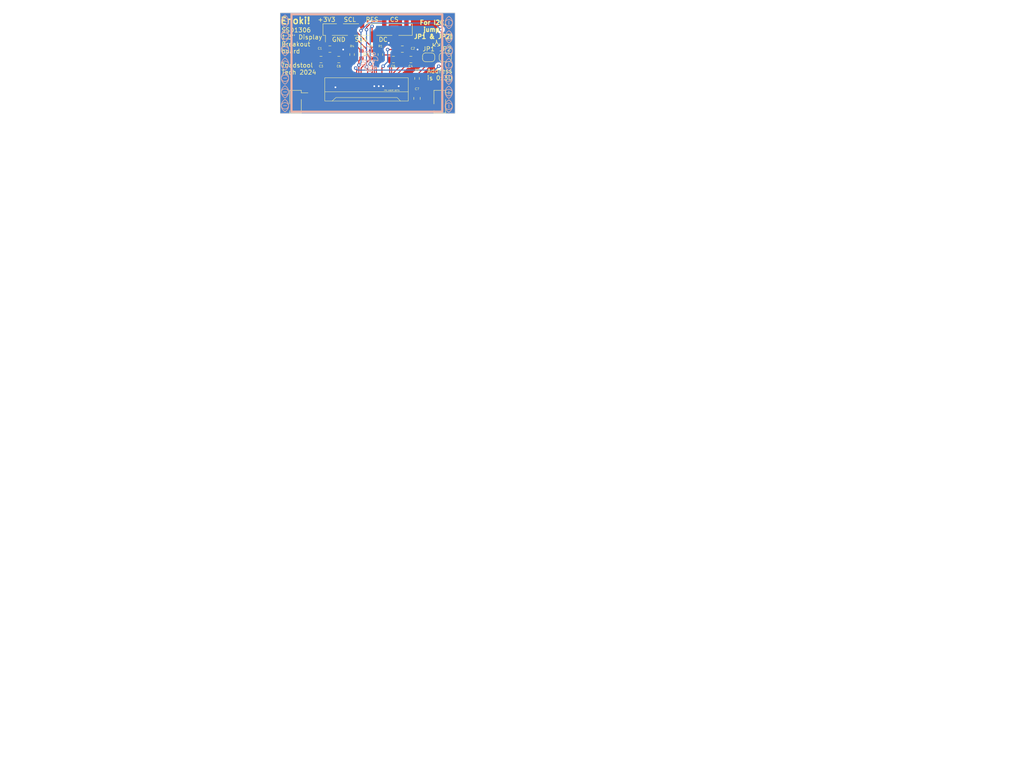
<source format=kicad_pcb>
(kicad_pcb (version 20221018) (generator pcbnew)
  (layers (0 "F.Cu" signal) (31 "B.Cu" signal) (34 "B.Paste" user) (35 "F.Paste" user) (36 "B.SilkS" user "B.Silkscreen") (37 "F.SilkS" user "F.Silkscreen") (38 "B.Mask" user) (39 "F.Mask" user) (44 "Edge.Cuts" user))
  (net 0 "")
  (net 1 "+3V3")
  (net 2 "GND")
  (net 3 "/CS_3.3V")
  (net 4 "/RST_3.3V")
  (net 5 "/DC{slash}SA0_3.3V")
  (net 6 "/D0{slash}SCLK{slash}SCK_3.3V")
  (net 7 "/D1{slash}MOSI{slash}SDA_3.3V")
  (net 8 "Net-(DS1-VCC)")
  (net 9 "Net-(DS1-C2P)")
  (net 10 "Net-(DS1-C2N)")
  (net 11 "Net-(DS1-C1N)")
  (net 12 "Net-(DS1-C1P)")
  (net 13 "Net-(DS1-VCOMH)")
  (net 15 "Net-(DS1-BS1)")
  (net 16 "Net-(DS1-D2)")
  (net 17 "Net-(DS1-IREF)")
  (footprint "Capacitor_SMD:C_0805_2012Metric" (layer "F.Cu") (at 8.382 9.398)
    (fp_text reference "C3" (at 0 1.524) (layer "F.SilkS") (effects (font (size 0.5 0.5) (thickness 0.075))))
    (fp_text value "10uF")
    (fp_line (start -0.261252 -0.735) (end 0.261252 -0.735) (stroke (width 0.12)) (layer "F.SilkS"))
    (fp_line (start -0.261252 0.735) (end 0.261252 0.735) (stroke (width 0.12)) (layer "F.SilkS"))
    (pad "1" smd roundrect (at -0.95 0) (size 1 1.45) (layers "F.Cu" "F.Paste" "F.Mask") (net 2 "GND"))
    (pad "2" smd roundrect (at 0.95 0) (size 1 1.45) (layers "F.Cu" "F.Paste" "F.Mask") (net 8 "Net-(DS1-VCC)"))
  )
  (footprint "Capacitor_SMD:C_0805_2012Metric" (layer "F.Cu") (at 28.956 9.398)
    (fp_text reference "C4" (at -0.061 1.524) (layer "F.SilkS") (effects (font (size 0.5 0.5) (thickness 0.075))))
    (fp_text value "2.2uF")
    (fp_line (start -0.261252 -0.735) (end 0.261252 -0.735) (stroke (width 0.12)) (layer "F.SilkS"))
    (fp_line (start -0.261252 0.735) (end 0.261252 0.735) (stroke (width 0.12)) (layer "F.SilkS"))
    (pad "1" smd roundrect (at -0.95 0) (size 1 1.45) (layers "F.Cu" "F.Paste" "F.Mask") (net 9 "Net-(DS1-C2P)"))
    (pad "2" smd roundrect (at 0.95 0) (size 1 1.45) (layers "F.Cu" "F.Paste" "F.Mask") (net 10 "Net-(DS1-C2N)"))
  )
  (footprint "Resistor_SMD:R_0603_1608Metric" (layer "F.Cu") (at 30.353 13.716 -90)
    (fp_text reference "R5" (at -1.905 0) (layer "F.SilkS") (effects (font (size 0.5 0.5) (thickness 0.075))))
    (fp_text value "10K")
    (fp_line (start -0.237258 -0.5225) (end 0.237258 -0.5225) (stroke (width 0.12)) (layer "F.SilkS"))
    (fp_line (start -0.237258 0.5225) (end 0.237258 0.5225) (stroke (width 0.12)) (layer "F.SilkS"))
    (pad "1" smd roundrect (at -0.825 0 270) (size 0.8 0.95) (layers "F.Cu" "F.Paste" "F.Mask") (net 1 "+3V3"))
    (pad "2" smd roundrect (at 0.825 0 270) (size 0.8 0.95) (layers "F.Cu" "F.Paste" "F.Mask") (net 4 "/RST_3.3V"))
  )
  (footprint "Resistor_SMD:R_0603_1608Metric" (layer "F.Cu") (at 17.653 8.255 90)
    (fp_text reference "R3" (at 1.905 0) (layer "F.SilkS") (effects (font (size 0.5 0.5) (thickness 0.075))))
    (fp_text value "10K")
    (fp_line (start -0.237258 -0.5225) (end 0.237258 -0.5225) (stroke (width 0.12)) (layer "F.SilkS"))
    (fp_line (start -0.237258 0.5225) (end 0.237258 0.5225) (stroke (width 0.12)) (layer "F.SilkS"))
    (pad "1" smd roundrect (at -0.825 0 90) (size 0.8 0.95) (layers "F.Cu" "F.Paste" "F.Mask") (net 7 "/D1{slash}MOSI{slash}SDA_3.3V"))
    (pad "2" smd roundrect (at 0.825 0 90) (size 0.8 0.95) (layers "F.Cu" "F.Paste" "F.Mask") (net 1 "+3V3"))
  )
  (footprint "Resistor_SMD:R_0603_1608Metric" (layer "F.Cu") (at 15.494 8.255 -90)
    (fp_text reference "R4" (at -1.905 0) (layer "F.SilkS") (effects (font (size 0.5 0.5) (thickness 0.075))))
    (fp_text value "330K")
    (fp_line (start -0.237258 -0.5225) (end 0.237258 -0.5225) (stroke (width 0.12)) (layer "F.SilkS"))
    (fp_line (start -0.237258 0.5225) (end 0.237258 0.5225) (stroke (width 0.12)) (layer "F.SilkS"))
    (pad "1" smd roundrect (at -0.825 0 270) (size 0.8 0.95) (layers "F.Cu" "F.Paste" "F.Mask") (net 2 "GND"))
    (pad "2" smd roundrect (at 0.825 0 270) (size 0.8 0.95) (layers "F.Cu" "F.Paste" "F.Mask") (net 17 "Net-(DS1-IREF)"))
  )
  (footprint "Capacitor_SMD:C_0805_2012Metric" (layer "F.Cu") (at 12.446 9.398 180)
    (fp_text reference "C6" (at 0 -1.524) (layer "F.SilkS") (effects (font (size 0.5 0.5) (thickness 0.075))))
    (fp_text value "10uF")
    (fp_line (start -0.261252 -0.735) (end 0.261252 -0.735) (stroke (width 0.12)) (layer "F.SilkS"))
    (fp_line (start -0.261252 0.735) (end 0.261252 0.735) (stroke (width 0.12)) (layer "F.SilkS"))
    (pad "1" smd roundrect (at -0.95 0 180) (size 1 1.45) (layers "F.Cu" "F.Paste" "F.Mask") (net 2 "GND"))
    (pad "2" smd roundrect (at 0.95 0 180) (size 1 1.45) (layers "F.Cu" "F.Paste" "F.Mask") (net 13 "Net-(DS1-VCOMH)"))
  )
  (footprint "Jumper:SolderJumper-2_P1.3mm_Bridged_RoundedPad1.0x1.5mm" (layer "F.Cu") (at 36.83 8.89 180)
    (fp_text reference "JP2" (at 0 1.905) (layer "F.SilkS"))
    (fp_text value "Cut for SPI")
    (fp_poly (pts (xy 0.25 -0.3) (xy -0.25 -0.3) (xy -0.25 0.3) (xy 0.25 0.3)) (fill solid) (layer "F.Cu"))
    (fp_line (start -1.4 0.3) (end -1.4 -0.3) (stroke (width 0.12)) (layer "F.SilkS"))
    (fp_line (start -0.7 -1) (end 0.7 -1) (stroke (width 0.12)) (layer "F.SilkS"))
    (fp_line (start 0.7 1) (end -0.7 1) (stroke (width 0.12)) (layer "F.SilkS"))
    (fp_line (start 1.4 -0.3) (end 1.4 0.3) (stroke (width 0.12)) (layer "F.SilkS"))
    (fp_arc (start -1.4 -0.3) (mid -1.194975 -0.794975) (end -0.7 -1) (stroke (width 0.12)) (layer "F.SilkS"))
    (fp_arc (start -0.7 1) (mid -1.194975 0.794975) (end -1.4 0.3) (stroke (width 0.12)) (layer "F.SilkS"))
    (fp_arc (start 0.7 -1) (mid 1.194975 -0.794975) (end 1.4 -0.3) (stroke (width 0.12)) (layer "F.SilkS"))
    (fp_arc (start 1.4 0.3) (mid 1.194975 0.794975) (end 0.7 1) (stroke (width 0.12)) (layer "F.SilkS"))
    (pad "1" smd custom (at -0.65 0 180) (size 1 0.5) (layers "F.Cu" "F.Mask") (net 16 "Net-(DS1-D2)") (options (clearance outline) (anchor rect)) (primitives (gr_circle (center 0 0.25) (end 0.5 0.25) (width 0) (fill yes)) (gr_circle (center 0 -0.25) (end 0.5 -0.25) (width 0) (fill yes)) (gr_poly (pts (xy 0.5 0.75) (xy 0 0.75) (xy 0 -0.75) (xy 0.5 -0.75)) (width 0) (fill yes))))
    (pad "2" smd custom (at 0.65 0 180) (size 1 0.5) (layers "F.Cu" "F.Mask") (net 7 "/D1{slash}MOSI{slash}SDA_3.3V") (options (clearance outline) (anchor rect)) (primitives (gr_circle (center 0 0.25) (end 0.5 0.25) (width 0) (fill yes)) (gr_circle (center 0 -0.25) (end 0.5 -0.25) (width 0) (fill yes)) (gr_poly (pts (xy 0 0.75) (xy -0.5 0.75) (xy -0.5 -0.75) (xy 0 -0.75)) (width 0) (fill yes))))
  )
  (footprint "Capacitor_SMD:C_0805_2012Metric" (layer "F.Cu") (at 26.99 7.0104)
    (fp_text reference "C2" (at 2.413 -0.1524) (layer "F.SilkS") (effects (font (size 0.5 0.5) (thickness 0.075))))
    (fp_text value "2.2uF")
    (fp_line (start -0.261252 -0.735) (end 0.261252 -0.735) (stroke (width 0.12)) (layer "F.SilkS"))
    (fp_line (start -0.261252 0.735) (end 0.261252 0.735) (stroke (width 0.12)) (layer "F.SilkS"))
    (pad "1" smd roundrect (at -0.95 0) (size 1 1.45) (layers "F.Cu" "F.Paste" "F.Mask") (net 1 "+3V3"))
    (pad "2" smd roundrect (at 0.95 0) (size 1 1.45) (layers "F.Cu" "F.Paste" "F.Mask") (net 2 "GND"))
  )
  (footprint "Jumper:SolderJumper-2_P1.3mm_Bridged_RoundedPad1.0x1.5mm" (layer "F.Cu") (at 33.02 8.89)
    (fp_text reference "JP1" (at 0 -1.905) (layer "F.SilkS"))
    (fp_text value "Cut for SPI")
    (fp_poly (pts (xy 0.25 -0.3) (xy -0.25 -0.3) (xy -0.25 0.3) (xy 0.25 0.3)) (fill solid) (layer "F.Cu"))
    (fp_line (start -1.4 0.3) (end -1.4 -0.3) (stroke (width 0.12)) (layer "F.SilkS"))
    (fp_line (start -0.7 -1) (end 0.7 -1) (stroke (width 0.12)) (layer "F.SilkS"))
    (fp_line (start 0.7 1) (end -0.7 1) (stroke (width 0.12)) (layer "F.SilkS"))
    (fp_line (start 1.4 -0.3) (end 1.4 0.3) (stroke (width 0.12)) (layer "F.SilkS"))
    (fp_arc (start -1.4 -0.3) (mid -1.194975 -0.794975) (end -0.7 -1) (stroke (width 0.12)) (layer "F.SilkS"))
    (fp_arc (start -0.7 1) (mid -1.194975 0.794975) (end -1.4 0.3) (stroke (width 0.12)) (layer "F.SilkS"))
    (fp_arc (start 0.7 -1) (mid 1.194975 -0.794975) (end 1.4 -0.3) (stroke (width 0.12)) (layer "F.SilkS"))
    (fp_arc (start 1.4 0.3) (mid 1.194975 0.794975) (end 0.7 1) (stroke (width 0.12)) (layer "F.SilkS"))
    (pad "1" smd custom (at -0.65 0) (size 1 0.5) (layers "F.Cu" "F.Mask") (net 15 "Net-(DS1-BS1)") (options (clearance outline) (anchor rect)) (primitives (gr_circle (center 0 0.25) (end 0.5 0.25) (width 0) (fill yes)) (gr_circle (center 0 -0.25) (end 0.5 -0.25) (width 0) (fill yes)) (gr_poly (pts (xy 0.5 0.75) (xy 0 0.75) (xy 0 -0.75) (xy 0.5 -0.75)) (width 0) (fill yes))))
    (pad "2" smd custom (at 0.65 0) (size 1 0.5) (layers "F.Cu" "F.Mask") (net 1 "+3V3") (options (clearance outline) (anchor rect)) (primitives (gr_circle (center 0 0.25) (end 0.5 0.25) (width 0) (fill yes)) (gr_circle (center 0 -0.25) (end 0.5 -0.25) (width 0) (fill yes)) (gr_poly (pts (xy 0 0.75) (xy -0.5 0.75) (xy -0.5 -0.75) (xy 0 -0.75)) (width 0) (fill yes))))
  )
  (footprint "Capacitor_SMD:C_0805_2012Metric" (layer "F.Cu") (at 30.353 18.288 90)
    (fp_text reference "C7" (at 2.159 0) (layer "F.SilkS") (effects (font (size 0.5 0.5) (thickness 0.075))))
    (fp_text value "2.2uF")
    (fp_line (start -0.261252 -0.735) (end 0.261252 -0.735) (stroke (width 0.12)) (layer "F.SilkS"))
    (fp_line (start -0.261252 0.735) (end 0.261252 0.735) (stroke (width 0.12)) (layer "F.SilkS"))
    (pad "1" smd roundrect (at -0.95 0 90) (size 1 1.45) (layers "F.Cu" "F.Paste" "F.Mask") (net 2 "GND"))
    (pad "2" smd roundrect (at 0.95 0 90) (size 1 1.45) (layers "F.Cu" "F.Paste" "F.Mask") (net 4 "/RST_3.3V"))
  )
  (footprint "allen-synthesis:KH-FPC0.5-H2.0SMT-30P-QCH FPC Connector 30 pin" (layer "F.Cu") (at 18.796 16.787)
    (fp_text reference "DS1" (at 0 -8.57 unlocked) (layer "F.SilkS") (effects (font (size 0.5 0.5) (thickness 0.075))))
    (fp_text value "OLED-128O064D")
    (fp_text user "FPC INSERT DEPTH" (at 4 -0.17 unlocked) (layer "F.SilkS") (effects (font (size 0.25 0.25) (thickness 0.05) bold) (justify left bottom)))
    (fp_line (start 7.75 2.1) (end -7.85 2.1) (stroke (width 0.1)) (layer "F.SilkS"))
    (fp_line (start 9.55 0) (end -9.55 0) (stroke (width 0.1)) (layer "F.SilkS"))
    (fp_poly (pts (xy -9.55 -3.22) (xy 9.55 -3.22) (xy 9.55 2.1) (xy 7.75 2.1) (xy 7 1.3) (xy -7 1.3) (xy -7.85 2.1) (xy -9.55 2.1)) (stroke (width 0.1)) (fill none) (layer "F.SilkS"))
    (pad "1" smd roundrect (at 7.25 -3.07) (size 0.25 1.3) (layers "F.Cu" "F.Paste" "F.Mask") (net 2 "GND"))
    (pad "2" smd roundrect (at 6.75 -3.07) (size 0.25 1.3) (layers "F.Cu" "F.Paste" "F.Mask") (net 10 "Net-(DS1-C2N)"))
    (pad "3" smd roundrect (at 6.25 -3.07) (size 0.25 1.3) (layers "F.Cu" "F.Paste" "F.Mask") (net 9 "Net-(DS1-C2P)"))
    (pad "4" smd roundrect (at 5.75 -3.07) (size 0.25 1.3) (layers "F.Cu" "F.Paste" "F.Mask") (net 12 "Net-(DS1-C1P)"))
    (pad "5" smd roundrect (at 5.25 -3.07) (size 0.25 1.3) (layers "F.Cu" "F.Paste" "F.Mask") (net 11 "Net-(DS1-C1N)"))
    (pad "6" smd roundrect (at 4.75 -3.07) (size 0.25 1.3) (layers "F.Cu" "F.Paste" "F.Mask") (net 1 "+3V3"))
    (pad "7" smd roundrect (at 4.25 -3.07) (size 0.25 1.3) (layers "F.Cu" "F.Paste" "F.Mask"))
    (pad "8" smd roundrect (at 3.75 -3.07) (size 0.25 1.3) (layers "F.Cu" "F.Paste" "F.Mask") (net 2 "GND"))
    (pad "9" smd roundrect (at 3.25 -3.07) (size 0.25 1.3) (layers "F.Cu" "F.Paste" "F.Mask") (net 1 "+3V3"))
    (pad "10" smd roundrect (at 2.75 -3.07) (size 0.25 1.3) (layers "F.Cu" "F.Paste" "F.Mask") (net 2 "GND"))
    (pad "11" smd roundrect (at 2.25 -3.07) (size 0.25 1.3) (layers "F.Cu" "F.Paste" "F.Mask") (net 15 "Net-(DS1-BS1)"))
    (pad "12" smd roundrect (at 1.75 -3.07) (size 0.25 1.3) (layers "F.Cu" "F.Paste" "F.Mask") (net 2 "GND"))
    (pad "13" smd roundrect (at 1.25 -3.07) (size 0.25 1.3) (layers "F.Cu" "F.Paste" "F.Mask") (net 3 "/CS_3.3V"))
    (pad "14" smd roundrect (at 0.75 -3.07) (size 0.25 1.3) (layers "F.Cu" "F.Paste" "F.Mask") (net 4 "/RST_3.3V"))
    (pad "15" smd roundrect (at 0.25 -3.07) (size 0.25 1.3) (layers "F.Cu" "F.Paste" "F.Mask") (net 5 "/DC{slash}SA0_3.3V"))
    (pad "16" smd roundrect (at -0.25 -3.07) (size 0.25 1.3) (layers "F.Cu" "F.Paste" "F.Mask"))
    (pad "17" smd roundrect (at -0.75 -3.07) (size 0.25 1.3) (layers "F.Cu" "F.Paste" "F.Mask"))
    (pad "18" smd roundrect (at -1.25 -3.07) (size 0.25 1.3) (layers "F.Cu" "F.Paste" "F.Mask") (net 6 "/D0{slash}SCLK{slash}SCK_3.3V"))
    (pad "19" smd roundrect (at -1.75 -3.07) (size 0.25 1.3) (layers "F.Cu" "F.Paste" "F.Mask") (net 7 "/D1{slash}MOSI{slash}SDA_3.3V"))
    (pad "20" smd roundrect (at -2.25 -3.07) (size 0.25 1.3) (layers "F.Cu" "F.Paste" "F.Mask") (net 16 "Net-(DS1-D2)"))
    (pad "21" smd roundrect (at -2.75 -3.07) (size 0.25 1.3) (layers "F.Cu" "F.Paste" "F.Mask"))
    (pad "22" smd roundrect (at -3.25 -3.07) (size 0.25 1.3) (layers "F.Cu" "F.Paste" "F.Mask"))
    (pad "23" smd roundrect (at -3.75 -3.07) (size 0.25 1.3) (layers "F.Cu" "F.Paste" "F.Mask"))
    (pad "24" smd roundrect (at -4.25 -3.07) (size 0.25 1.3) (layers "F.Cu" "F.Paste" "F.Mask"))
    (pad "25" smd roundrect (at -4.75 -3.07) (size 0.25 1.3) (layers "F.Cu" "F.Paste" "F.Mask"))
    (pad "26" smd roundrect (at -5.25 -3.07) (size 0.25 1.3) (layers "F.Cu" "F.Paste" "F.Mask") (net 17 "Net-(DS1-IREF)"))
    (pad "27" smd roundrect (at -5.75 -3.07) (size 0.25 1.3) (layers "F.Cu" "F.Paste" "F.Mask") (net 13 "Net-(DS1-VCOMH)"))
    (pad "28" smd roundrect (at -6.25 -3.07) (size 0.25 1.3) (layers "F.Cu" "F.Paste" "F.Mask") (net 8 "Net-(DS1-VCC)"))
    (pad "29" smd roundrect (at -6.75 -3.07) (size 0.25 1.3) (layers "F.Cu" "F.Paste" "F.Mask") (net 2 "GND"))
    (pad "30" smd roundrect (at -7.25 -3.07) (size 0.25 1.3) (layers "F.Cu" "F.Paste" "F.Mask") (net 2 "GND"))
  )
  (footprint "Resistor_SMD:R_0603_1608Metric" (layer "F.Cu") (at 21.971 8.255 90)
    (fp_text reference "R1" (at 1.905 0) (layer "F.SilkS") (effects (font (size 0.5 0.5) (thickness 0.075))))
    (fp_text value "10K")
    (fp_line (start -0.237258 -0.5225) (end 0.237258 -0.5225) (stroke (width 0.12)) (layer "F.SilkS"))
    (fp_line (start -0.237258 0.5225) (end 0.237258 0.5225) (stroke (width 0.12)) (layer "F.SilkS"))
    (pad "1" smd roundrect (at -0.825 0 90) (size 0.8 0.95) (layers "F.Cu" "F.Paste" "F.Mask") (net 15 "Net-(DS1-BS1)"))
    (pad "2" smd roundrect (at 0.825 0 90) (size 0.8 0.95) (layers "F.Cu" "F.Paste" "F.Mask") (net 2 "GND"))
  )
  (footprint "Connector_PinHeader_2.54mm:PinHeader_1x02_P2.54mm_Vertical_SMD_Pin1Right" (layer "F.Cu") (at 35.56 19.05)
    (fp_text reference "J3" hide)
    (fp_text value "Conn_01x02_Pin")
    (fp_line (start -1.33 -2.6) (end -1.33 0.51) (stroke (width 0.12)) (layer "F.SilkS"))
    (fp_line (start -1.33 -2.6) (end 1.33 -2.6) (stroke (width 0.12)) (layer "F.SilkS"))
    (fp_line (start -1.33 2.03) (end -1.33 2.6) (stroke (width 0.12)) (layer "F.SilkS"))
    (fp_line (start -1.33 2.6) (end 1.33 2.6) (stroke (width 0.12)) (layer "F.SilkS"))
    (fp_line (start 1.33 -2.6) (end 1.33 -2.03) (stroke (width 0.12)) (layer "F.SilkS"))
    (fp_line (start 1.33 -2.03) (end 2.85 -2.03) (stroke (width 0.12)) (layer "F.SilkS"))
    (fp_line (start 1.33 -0.51) (end 1.33 2.6) (stroke (width 0.12)) (layer "F.SilkS"))
    (pad "1" smd rect (at 1.655 -1.27) (size 2.51 1) (layers "F.Cu" "F.Paste" "F.Mask"))
    (pad "2" smd rect (at -1.655 1.27) (size 2.51 1) (layers "F.Cu" "F.Paste" "F.Mask"))
  )
  (footprint "Connector_PinHeader_2.54mm:PinHeader_1x08_P2.54mm_Vertical_SMD_Pin1Left" (layer "F.Cu") (at 19.05 2.54 90)
    (fp_text reference "J1" hide)
    (fp_text value "Conn_01x08_Male")
    (fp_line (start -1.33 -10.22) (end -1.33 -9.65) (stroke (width 0.12)) (layer "F.SilkS"))
    (fp_line (start -1.33 -10.22) (end 1.33 -10.22) (stroke (width 0.12)) (layer "F.SilkS"))
    (fp_line (start -1.33 -9.65) (end -2.85 -9.65) (stroke (width 0.12)) (layer "F.SilkS"))
    (fp_line (start -1.33 -8.13) (end -1.33 -4.57) (stroke (width 0.12)) (layer "F.SilkS"))
    (fp_line (start -1.33 -3.05) (end -1.33 0.51) (stroke (width 0.12)) (layer "F.SilkS"))
    (fp_line (start -1.33 2.03) (end -1.33 5.59) (stroke (width 0.12)) (layer "F.SilkS"))
    (fp_line (start -1.33 7.11) (end -1.33 10.22) (stroke (width 0.12)) (layer "F.SilkS"))
    (fp_line (start -1.33 10.22) (end 1.33 10.22) (stroke (width 0.12)) (layer "F.SilkS"))
    (fp_line (start 1.33 -10.22) (end 1.33 -7.11) (stroke (width 0.12)) (layer "F.SilkS"))
    (fp_line (start 1.33 -5.59) (end 1.33 -2.03) (stroke (width 0.12)) (layer "F.SilkS"))
    (fp_line (start 1.33 -0.51) (end 1.33 3.05) (stroke (width 0.12)) (layer "F.SilkS"))
    (fp_line (start 1.33 4.57) (end 1.33 8.13) (stroke (width 0.12)) (layer "F.SilkS"))
    (fp_line (start 1.33 9.65) (end 1.33 10.22) (stroke (width 0.12)) (layer "F.SilkS"))
    (pad "1" smd rect (at -1.655 -8.89 90) (size 2.51 1) (layers "F.Cu" "F.Paste" "F.Mask") (net 1 "+3V3"))
    (pad "2" smd rect (at 1.655 -6.35 90) (size 2.51 1) (layers "F.Cu" "F.Paste" "F.Mask") (net 2 "GND"))
    (pad "3" smd rect (at -1.655 -3.81 90) (size 2.51 1) (layers "F.Cu" "F.Paste" "F.Mask") (net 6 "/D0{slash}SCLK{slash}SCK_3.3V"))
    (pad "4" smd rect (at 1.655 -1.27 90) (size 2.51 1) (layers "F.Cu" "F.Paste" "F.Mask") (net 7 "/D1{slash}MOSI{slash}SDA_3.3V"))
    (pad "5" smd rect (at -1.655 1.27 90) (size 2.51 1) (layers "F.Cu" "F.Paste" "F.Mask") (net 4 "/RST_3.3V"))
    (pad "6" smd rect (at 1.655 3.81 90) (size 2.51 1) (layers "F.Cu" "F.Paste" "F.Mask") (net 5 "/DC{slash}SA0_3.3V"))
    (pad "7" smd rect (at -1.655 6.35 90) (size 2.51 1) (layers "F.Cu" "F.Paste" "F.Mask") (net 3 "/CS_3.3V"))
    (pad "8" smd rect (at 1.655 8.89 90) (size 2.51 1) (layers "F.Cu" "F.Paste" "F.Mask"))
  )
  (footprint "Capacitor_SMD:C_0805_2012Metric" (layer "F.Cu") (at 10.414 7.0104)
    (fp_text reference "C1" (at -2.286 -0.1524) (layer "F.SilkS") (effects (font (size 0.5 0.5) (thickness 0.075))))
    (fp_text value "2.2uF")
    (fp_line (start -0.261252 -0.735) (end 0.261252 -0.735) (stroke (width 0.12)) (layer "F.SilkS"))
    (fp_line (start -0.261252 0.735) (end 0.261252 0.735) (stroke (width 0.12)) (layer "F.SilkS"))
    (pad "1" smd roundrect (at -0.95 0) (size 1 1.45) (layers "F.Cu" "F.Paste" "F.Mask") (net 1 "+3V3"))
    (pad "2" smd roundrect (at 0.95 0) (size 1 1.45) (layers "F.Cu" "F.Paste" "F.Mask") (net 2 "GND"))
  )
  (footprint "Connector_PinHeader_2.54mm:PinHeader_1x02_P2.54mm_Vertical_SMD_Pin1Right" (layer "F.Cu") (at 2.54 19.05)
    (fp_text reference "J2" hide)
    (fp_text value "Conn_01x02_Pin")
    (fp_line (start -1.33 -2.6) (end -1.33 0.51) (stroke (width 0.12)) (layer "F.SilkS"))
    (fp_line (start -1.33 -2.6) (end 1.33 -2.6) (stroke (width 0.12)) (layer "F.SilkS"))
    (fp_line (start -1.33 2.03) (end -1.33 2.6) (stroke (width 0.12)) (layer "F.SilkS"))
    (fp_line (start -1.33 2.6) (end 1.33 2.6) (stroke (width 0.12)) (layer "F.SilkS"))
    (fp_line (start 1.33 -2.6) (end 1.33 -2.03) (stroke (width 0.12)) (layer "F.SilkS"))
    (fp_line (start 1.33 -2.03) (end 2.85 -2.03) (stroke (width 0.12)) (layer "F.SilkS"))
    (fp_line (start 1.33 -0.51) (end 1.33 2.6) (stroke (width 0.12)) (layer "F.SilkS"))
    (pad "1" smd rect (at 1.655 -1.27) (size 2.51 1) (layers "F.Cu" "F.Paste" "F.Mask"))
    (pad "2" smd rect (at -1.655 1.27) (size 2.51 1) (layers "F.Cu" "F.Paste" "F.Mask"))
  )
  (footprint "Capacitor_SMD:C_0805_2012Metric" (layer "F.Cu") (at 24.958 9.398)
    (fp_text reference "C5" (at -0.066 1.524) (layer "F.SilkS") (effects (font (size 0.5 0.5) (thickness 0.075))))
    (fp_text value "2.2uF")
    (fp_line (start -0.261252 -0.735) (end 0.261252 -0.735) (stroke (width 0.12)) (layer "F.SilkS"))
    (fp_line (start -0.261252 0.735) (end 0.261252 0.735) (stroke (width 0.12)) (layer "F.SilkS"))
    (pad "1" smd roundrect (at -0.95 0) (size 1 1.45) (layers "F.Cu" "F.Paste" "F.Mask") (net 11 "Net-(DS1-C1N)"))
    (pad "2" smd roundrect (at 0.95 0) (size 1 1.45) (layers "F.Cu" "F.Paste" "F.Mask") (net 12 "Net-(DS1-C1P)"))
  )
  (footprint "Resistor_SMD:R_0603_1608Metric" (layer "F.Cu") (at 19.812 8.255 -90)
    (fp_text reference "R2" (at -1.905 0) (layer "F.SilkS") (effects (font (size 0.5 0.5) (thickness 0.075))))
    (fp_text value "10K")
    (fp_line (start -0.237258 -0.5225) (end 0.237258 -0.5225) (stroke (width 0.12)) (layer "F.SilkS"))
    (fp_line (start -0.237258 0.5225) (end 0.237258 0.5225) (stroke (width 0.12)) (layer "F.SilkS"))
    (pad "1" smd roundrect (at -0.825 0 270) (size 0.8 0.95) (layers "F.Cu" "F.Paste" "F.Mask") (net 1 "+3V3"))
    (pad "2" smd roundrect (at 0.825 0 270) (size 0.8 0.95) (layers "F.Cu" "F.Paste" "F.Mask") (net 6 "/D0{slash}SCLK{slash}SCK_3.3V"))
  )
  (gr_arc (start 36.83 16.6624) (mid 37.6174 16.206728) (end 38.4048 16.6624) (stroke (width 0.15)) (layer "B.SilkS"))
  (gr_arc (start 0.9144 13.914943) (mid 0.127 14.4272) (end -0.6604 13.914943) (stroke (width 0.15)) (layer "B.SilkS"))
  (gr_arc (start 0.1524 12.238543) (mid 0.9588 13.635543) (end 0.1524 15.032543) (stroke (width 0.15)) (layer "B.SilkS"))
  (gr_arc (start 0.1524 15.032543) (mid -0.692155 13.635543) (end 0.1524 12.238543) (stroke (width 0.15)) (layer "B.SilkS"))
  (gr_line (start -0.2032 10.4648) (end 0.508 10.4648) (stroke (width 0.15)) (layer "B.SilkS"))
  (gr_line (start -0.2032 7.1628) (end 0.508 7.1628) (stroke (width 0.15)) (layer "B.SilkS"))
  (gr_arc (start 17.837107 9.627927) (mid 18.541999 8.508953) (end 19.337381 9.565524) (stroke (width 0.15)) (layer "B.SilkS"))
  (gr_arc (start 36.8554 7.161272) (mid 37.6428 6.7056) (end 38.4302 7.161272) (stroke (width 0.15)) (layer "B.SilkS"))
  (gr_arc (start 37.6682 5.586472) (mid 36.823708 4.189471) (end 37.6682 2.792472) (stroke (width 0.15)) (layer "B.SilkS"))
  (gr_arc (start 38.4048 13.97) (mid 37.6174 14.482257) (end 36.83 13.97) (stroke (width 0.15)) (layer "B.SilkS"))
  (gr_arc (start -0.6604 0.402143) (mid 0.127 -0.053529) (end 0.9144 0.402143) (stroke (width 0.15)) (layer "B.SilkS"))
  (gr_arc (start 17.925687 7.848626) (mid 18.860745 6.411369) (end 19.885322 7.786223) (stroke (width 0.15)) (layer "B.SilkS"))
  (gr_arc (start 20.450102 11.255536) (mid 20.755346 11.325667) (end 21.008902 11.509536) (stroke (width 0.15)) (layer "B.SilkS"))
  (gr_arc (start 38.4048 10.8204) (mid 37.6174 11.332657) (end 36.83 10.8204) (stroke (width 0.15)) (layer "B.SilkS"))
  (gr_arc (start 0.1524 18.537743) (mid 0.9588 19.934743) (end 0.1524 21.331743) (stroke (width 0.15)) (layer "B.SilkS"))
  (gr_arc (start 20.022656 8.282559) (mid 20.42105 8.215282) (end 20.818037 8.290425) (stroke (width 0.15)) (layer "B.SilkS"))
  (gr_line (start -0.2032 19.960143) (end 0.508 19.960143) (stroke (width 0.15)) (layer "B.SilkS"))
  (gr_arc (start 36.8554 0.709672) (mid 37.6428 0.254) (end 38.4302 0.709672) (stroke (width 0.15)) (layer "B.SilkS"))
  (gr_arc (start 19.669651 12.174969) (mid 19.565818 11.444741) (end 19.8628 10.7696) (stroke (width 0.15)) (layer "B.SilkS"))
  (gr_line (start 37.6428 0.6096) (end 37.6428 1.3716) (stroke (width 0.15)) (layer "B.SilkS"))
  (gr_arc (start 0.1524 8.5344) (mid -0.692117 7.1374) (end 0.1524 5.7404) (stroke (width 0.15)) (layer "B.SilkS"))
  (gr_arc (start 0.9144 10.7188) (mid 0.127 11.231057) (end -0.6604 10.7188) (stroke (width 0.15)) (layer "B.SilkS"))
  (gr_arc (start 19.86531 9.75013) (mid 20.607385 9.52497) (end 21.365584 9.687727) (stroke (width 0.15)) (layer "B.SilkS"))
  (gr_line (start -0.2032 3.9624) (end 0.508 3.9624) (stroke (width 0.15)) (layer "B.SilkS"))
  (gr_arc (start 36.8554 3.960872) (mid 37.6428 3.5052) (end 38.4302 3.960872) (stroke (width 0.15)) (layer "B.SilkS"))
  (gr_arc (start 37.6682 5.992872) (mid 38.474661 7.389871) (end 37.6682 8.786872) (stroke (width 0.15)) (layer "B.SilkS"))
  (gr_arc (start 38.4048 17.1704) (mid 37.6174 17.682657) (end 36.83 17.1704) (stroke (width 0.15)) (layer "B.SilkS"))
  (gr_arc (start 19.8628 8.9916) (mid 19.279591 8.348671) (end 18.8976 7.5692) (stroke (width 0.15)) (layer "B.SilkS"))
  (gr_arc (start -0.6604 6.9088) (mid 0.127 6.453128) (end 0.9144 6.9088) (stroke (width 0.15)) (layer "B.SilkS"))
  (gr_arc (start 36.83 19.812) (mid 37.6174 19.356328) (end 38.4048 19.812) (stroke (width 0.15)) (layer "B.SilkS"))
  (gr_arc (start 0.1524 2.54) (mid 0.958838 3.937) (end 0.1524 5.334) (stroke (width 0.15)) (layer "B.SilkS"))
  (gr_arc (start 37.6682 2.792472) (mid 38.474661 4.189471) (end 37.6682 5.586472) (stroke (width 0.15)) (layer "B.SilkS"))
  (gr_arc (start 19.669651 12.174969) (mid 18.84312 11.638098) (end 18.669 10.668) (stroke (width 0.15)) (layer "B.SilkS"))
  (gr_arc (start 0.1524 5.334) (mid -0.692117 3.937) (end 0.1524 2.54) (stroke (width 0.15)) (layer "B.SilkS"))
  (gr_arc (start 37.6428 18.288) (mid 36.798283 16.891) (end 37.6428 15.494) (stroke (width 0.15)) (layer "B.SilkS"))
  (gr_arc (start 19.669651 12.180537) (mid 18.783724 11.920273) (end 18.2372 11.176) (stroke (width 0.15)) (layer "B.SilkS"))
  (gr_arc (start -0.6604 16.556543) (mid 0.127 16.100871) (end 0.9144 16.556543) (stroke (width 0.15)) (layer "B.SilkS"))
  (gr_line (start -0.2032 13.660943) (end 0.508 13.660943) (stroke (width 0.15)) (layer "B.SilkS"))
  (gr_arc (start -0.6604 19.706143) (mid 0.127 19.250471) (end 0.9144 19.706143) (stroke (width 0.15)) (layer "B.SilkS"))
  (gr_arc (start 37.6428 12.2936) (mid 38.449238 13.6906) (end 37.6428 15.0876) (stroke (width 0.15)) (layer "B.SilkS"))
  (gr_arc (start 0.1524 21.331743) (mid -0.692155 19.934743) (end 0.1524 18.537743) (stroke (width 0.15)) (layer "B.SilkS"))
  (gr_arc (start 0.9144 4.2164) (mid 0.127 4.728657) (end -0.6604 4.2164) (stroke (width 0.15)) (layer "B.SilkS"))
  (gr_arc (start 37.6428 21.4376) (mid 36.798283 20.0406) (end 37.6428 18.6436) (stroke (width 0.15)) (layer "B.SilkS"))
  (gr_arc (start 36.83 10.3124) (mid 37.6174 9.856728) (end 38.4048 10.3124) (stroke (width 0.15)) (layer "B.SilkS"))
  (gr_arc (start 0.9144 20.214143) (mid 0.127 20.7264) (end -0.6604 20.214143) (stroke (width 0.15)) (layer "B.SilkS"))
  (gr_arc (start -0.6604 3.7084) (mid 0.127 3.252728) (end 0.9144 3.7084) (stroke (width 0.15)) (layer "B.SilkS"))
  (gr_arc (start 38.4302 7.669272) (mid 37.6428 8.181529) (end 36.8554 7.669272) (stroke (width 0.15)) (layer "B.SilkS"))
  (gr_arc (start 17.6784 10.7188) (mid 18.076178 10.472317) (end 18.543876 10.487887) (stroke (width 0.15)) (layer "B.SilkS"))
  (gr_arc (start 37.6682 8.786872) (mid 36.823708 7.389871) (end 37.6682 5.992872) (stroke (width 0.15)) (layer "B.SilkS"))
  (gr_arc (start 38.4048 20.32) (mid 37.6174 20.832257) (end 36.83 20.32) (stroke (width 0.15)) (layer "B.SilkS"))
  (gr_rect (start 1.6256 -0.964) (end 36.1256 21.336) (stroke (width 0.5)) (fill none) (layer "B.SilkS"))
  (gr_arc (start 17.925687 7.848626) (mid 18.897597 7.569225) (end 19.885322 7.786223) (stroke (width 0.15)) (layer "B.SilkS"))
  (gr_arc (start 20.421051 8.215272) (mid 20.453874 8.468894) (end 20.32 8.6868) (stroke (width 0.15)) (layer "B.SilkS"))
  (gr_arc (start 20.450102 11.255536) (mid 20.912862 10.979144) (end 21.008902 11.509536) (stroke (width 0.15)) (layer "B.SilkS"))
  (gr_arc (start 0.1524 11.8364) (mid -0.692117 10.4394) (end 0.1524 9.0424) (stroke (width 0.15)) (layer "B.SilkS"))
  (gr_line (start 37.6428 19.7104) (end 37.6428 20.4724) (stroke (width 0.15)) (layer "B.SilkS"))
  (gr_arc (start -0.6604 10.2108) (mid 0.127 9.755128) (end 0.9144 10.2108) (stroke (width 0.15)) (layer "B.SilkS"))
  (gr_arc (start 20.022656 8.249901) (mid 20.447037 7.746929) (end 20.818037 8.290425) (stroke (width 0.15)) (layer "B.SilkS"))
  (gr_arc (start 17.837107 9.627927) (mid 18.567072 9.513673) (end 19.297571 9.624441) (stroke (width 0.15)) (layer "B.SilkS"))
  (gr_arc (start 18.56707 9.5137) (mid 18.737623 10.080287) (end 18.669 10.668) (stroke (width 0.15)) (layer "B.SilkS"))
  (gr_arc (start 0.1524 9.0424) (mid 0.958838 10.4394) (end 0.1524 11.8364) (stroke (width 0.15)) (layer "B.SilkS"))
  (gr_arc (start 17.6784 10.7188) (mid 17.937915 9.954205) (end 18.543876 10.487887) (stroke (width 0.15)) (layer "B.SilkS"))
  (gr_arc (start 38.4302 1.217672) (mid 37.6428 1.729929) (end 36.8554 1.217672) (stroke (width 0.15)) (layer "B.SilkS"))
  (gr_arc (start 20.755367 11.325634) (mid 20.314662 11.882816) (end 19.669651 12.180537) (stroke (width 0.15)) (layer "B.SilkS"))
  (gr_arc (start 37.6428 15.494) (mid 38.449238 16.891) (end 37.6428 18.288) (stroke (width 0.15)) (layer "B.SilkS"))
  (gr_arc (start 38.4302 4.468872) (mid 37.6428 4.981129) (end 36.8554 4.468872) (stroke (width 0.15)) (layer "B.SilkS"))
  (gr_line (start 37.6428 7.0358) (end 37.6428 7.7978) (stroke (width 0.15)) (layer "B.SilkS"))
  (gr_arc (start 0.1524 18.182143) (mid -0.692155 16.785143) (end 0.1524 15.388143) (stroke (width 0.15)) (layer "B.SilkS"))
  (gr_arc (start 0.1524 15.388143) (mid 0.9588 16.785143) (end 0.1524 18.182143) (stroke (width 0.15)) (layer "B.SilkS"))
  (gr_arc (start 37.6428 11.938) (mid 36.798283 10.541) (end 37.6428 9.144) (stroke (width 0.15)) (layer "B.SilkS"))
  (gr_line (start -0.2032 0.656143) (end 0.508 0.656143) (stroke (width 0.15)) (layer "B.SilkS"))
  (gr_line (start -0.2032 16.810543) (end 0.508 16.810543) (stroke (width 0.15)) (layer "B.SilkS"))
  (gr_arc (start 37.6682 -0.458728) (mid 38.474661 0.938271) (end 37.6682 2.335272) (stroke (width 0.15)) (layer "B.SilkS"))
  (gr_arc (start 0.1524 5.7404) (mid 0.958838 7.1374) (end 0.1524 8.5344) (stroke (width 0.15)) (layer "B.SilkS"))
  (gr_arc (start 36.83 13.462) (mid 37.6174 13.006328) (end 38.4048 13.462) (stroke (width 0.15)) (layer "B.SilkS"))
  (gr_arc (start 37.6428 18.6436) (mid 38.449238 20.0406) (end 37.6428 21.4376) (stroke (width 0.15)) (layer "B.SilkS"))
  (gr_arc (start 37.6428 15.0876) (mid 36.798283 13.6906) (end 37.6428 12.2936) (stroke (width 0.15)) (layer "B.SilkS"))
  (gr_arc (start 18.076177 10.472306) (mid 18.199768 10.814294) (end 18.2372 11.176) (stroke (width 0.15)) (layer "B.SilkS"))
  (gr_arc (start 0.9144 7.4168) (mid 0.127 7.929057) (end -0.6604 7.4168) (stroke (width 0.15)) (layer "B.SilkS"))
  (gr_arc (start -0.6604 13.406943) (mid 0.127 12.951271) (end 0.9144 13.406943) (stroke (width 0.15)) (layer "B.SilkS"))
  (gr_arc (start 20.607381 9.525) (mid 20.385299 10.237162) (end 19.8628 10.7696) (stroke (width 0.15)) (layer "B.SilkS"))
  (gr_line (start 37.6174 10.2362) (end 37.6174 10.9982) (stroke (width 0.15)) (layer "B.SilkS"))
  (gr_arc (start 0.1524 -0.766257) (mid 0.9588 0.630743) (end 0.1524 2.027743) (stroke (width 0.15)) (layer "B.SilkS"))
  (gr_arc (start 0.1524 2.027743) (mid -0.692155 0.630743) (end 0.1524 -0.766257) (stroke (width 0.15)) (layer "B.SilkS"))
  (gr_arc (start 37.6682 2.335272) (mid 36.823708 0.938271) (end 37.6682 -0.458728) (stroke (width 0.15)) (layer "B.SilkS"))
  (gr_line (start 37.6428 16.5862) (end 37.6428 17.3482) (stroke (width 0.15)) (layer "B.SilkS"))
  (gr_arc (start 0.9144 0.910143) (mid 0.127 1.4224) (end -0.6604 0.910143) (stroke (width 0.15)) (layer "B.SilkS"))
  (gr_line (start 37.6428 3.8608) (end 37.6428 4.6228) (stroke (width 0.15)) (layer "B.SilkS"))
  (gr_arc (start 19.869107 9.754927) (mid 20.573999 8.635953) (end 21.369381 9.692524) (stroke (width 0.15)) (layer "B.SilkS"))
  (gr_arc (start 19.669651 12.174969) (mid 19.123516 10.816825) (end 19.812 9.525) (stroke (width 0.15)) (layer "B.SilkS"))
  (gr_line (start 37.6428 13.3858) (end 37.6428 14.1478) (stroke (width 0.15)) (layer "B.SilkS"))
  (gr_arc (start 37.6428 9.144) (mid 38.449238 10.541) (end 37.6428 11.938) (stroke (width 0.15)) (layer "B.SilkS"))
  (gr_arc (start 0.9144 17.064543) (mid 0.127 17.5768) (end -0.6604 17.064543) (stroke (width 0.15)) (layer "B.SilkS"))
  (gr_arc (start 20.066 9.657568) (mid 20.183738 10.968682) (end 19.669651 12.180537) (stroke (width 0.15)) (layer "B.SilkS"))
  (gr_line (start 34.036 6.223) (end 34.544 6.35) (stroke (width 0.15)) (layer "F.SilkS"))
  (gr_arc (start 34.798 4.953) (mid 34.637911 5.720538) (end 34.036 6.223) (stroke (width 0.15)) (layer "F.SilkS"))
  (gr_arc (start 35.56 6.223) (mid 35.041339 5.670595) (end 34.798 4.953) (stroke (width 0.15)) (layer "F.SilkS"))
  (gr_line (start 34.036 5.715) (end 34.036 6.223) (stroke (width 0.15)) (layer "F.SilkS"))
  (gr_line (start 35.56 6.223) (end 35.052 6.35) (stroke (width 0.15)) (layer "F.SilkS"))
  (gr_line (start 34.036 6.223) (end 34.036 5.715) (stroke (width 0.15)) (layer "F.SilkS"))
  (gr_line (start 35.56 6.223) (end 35.56 5.715) (stroke (width 0.15)) (layer "F.SilkS"))
  (gr_rect (start -0.95 -1.27) (end 39.05 21.73) (stroke (width 0.1)) (fill none) (layer "Edge.Cuts"))
  (gr_text "For I2C,\njump \nJP1 & JP2!" (at 34.036 2.54) (layer "F.SilkS") (effects (font (size 1 1) (thickness 0.25))))
  (gr_text "SDA" (at 17.526 4.826) (layer "F.SilkS") (effects (font (size 1 1))))
  (gr_text "Enoki!" (at 2.54 0.508) (layer "F.SilkS") (effects (font (size 1.5 1.5) (thickness 0.3))))
  (gr_text "CS" (at 25.146 0.254) (layer "F.SilkS") (effects (font (size 1 1))))
  (gr_text "Address\nis 0x3D" (at 35.56 12.827) (layer "F.SilkS") (effects (font (size 1 1))))
  (gr_text "GND" (at 12.446 4.826) (layer "F.SilkS") (effects (font (size 1 1))))
  (gr_text "DC" (at 22.606 4.826) (layer "F.SilkS") (effects (font (size 1 1))))
  (gr_text "+3V3" (at 9.652 0.254) (layer "F.SilkS") (effects (font (size 1 1))))
  (gr_text "SSD1306\n1.3{dblquote} Display\nBreakout \nboard\n\nToadstool \nTech 2024" (at -0.762 7.493) (layer "F.SilkS") (effects (font (size 1 1)) (justify left)))
  (gr_text "SCL" (at 14.986 0.254) (layer "F.SilkS") (effects (font (size 1 1))))
  (gr_text "RES" (at 20.066 0.254) (layer "F.SilkS") (effects (font (size 1 1))))
  (segment (start 22.32126 12.742) (end 23.27074 12.742) (width 0.25) (layer "F.Cu") (net 1))
  (segment (start 26.04 7.0104) (end 26.67 6.3804) (width 0.25) (layer "F.Cu") (net 1))
  (segment (start 11.375 2.54) (end 9.946 3.969) (width 0.25) (layer "F.Cu") (net 1))
  (segment (start 14.99 6.35) (end 13.72 5.08) (width 0.25) (layer "F.Cu") (net 1))
  (segment (start 13.72 5.08) (end 11.057 5.08) (width 0.25) (layer "F.Cu") (net 1))
  (segment (start 24.464 2.286) (end 19.812 6.938) (width 0.25) (layer "F.Cu") (net 1))
  (segment (start 23.27074 12.742) (end 23.546 13.01726) (width 0.25) (layer "F.Cu") (net 1))
  (segment (start 17.653 7.43) (end 16.573 6.35) (width 0.25) (layer "F.Cu") (net 1))
  (segment (start 25.9384 7.112) (end 26.04 7.0104) (width 0.25) (layer "F.Cu") (net 1))
  (segment (start 11.057 5.08) (end 9.946 3.969) (width 0.25) (layer "F.Cu") (net 1))
  (segment (start 23.546 13.01726) (end 23.546 13.717) (width 0.25) (layer "F.Cu") (net 1))
  (segment (start 33.67 9.574) (end 30.353 12.891) (width 0.25) (layer "F.Cu") (net 1))
  (segment (start 26.67 6.3804) (end 26.67 3.048) (width 0.25) (layer "F.Cu") (net 1))
  (segment (start 27.09 5.9604) (end 26.04 7.0104) (width 0.25) (layer "F.Cu") (net 1))
  (segment (start 22.046 13.717) (end 22.046 13.01726) (width 0.25) (layer "F.Cu") (net 1))
  (segment (start 25.908 2.286) (end 24.464 2.286) (width 0.25) (layer "F.Cu") (net 1))
  (segment (start 26.67 3.048) (end 25.908 2.286) (width 0.25) (layer "F.Cu") (net 1))
  (segment (start 33.67 8.89) (end 33.67 8.29) (width 0.25) (layer "F.Cu") (net 1))
  (segment (start 33.67 8.29) (end 31.3404 5.9604) (width 0.25) (layer "F.Cu") (net 1))
  (segment (start 19.812 7.43) (end 19.812 6.35) (width 0.25) (layer "F.Cu") (net 1))
  (segment (start 9.464 4.451) (end 9.946 3.969) (width 0.25) (layer "F.Cu") (net 1))
  (segment (start 22.046 13.01726) (end 22.32126 12.742) (width 0.25) (layer "F.Cu") (net 1))
  (segment (start 31.3404 5.9604) (end 27.09 5.9604) (width 0.25) (layer "F.Cu") (net 1))
  (segment (start 16.002 2.54) (end 11.375 2.54) (width 0.25) (layer "F.Cu") (net 1))
  (segment (start 23.622 7.112) (end 25.9384 7.112) (width 0.25) (layer "F.Cu") (net 1))
  (segment (start 16.573 6.35) (end 14.99 6.35) (width 0.25) (layer "F.Cu") (net 1))
  (segment (start 19.812 6.35) (end 16.002 2.54) (width 0.25) (layer "F.Cu") (net 1))
  (segment (start 9.464 7.0104) (end 9.464 4.451) (width 0.25) (layer "F.Cu") (net 1))
  (segment (start 19.812 6.938) (end 19.812 7.43) (width 0.25) (layer "F.Cu") (net 1))
  (segment (start 22.32126 11.20674) (end 22.606 10.922) (width 0.25) (layer "F.Cu") (net 1))
  (segment (start 22.32126 12.742) (end 22.32126 11.20674) (width 0.25) (layer "F.Cu") (net 1))
  (segment (start 33.67 8.89) (end 33.67 9.574) (width 0.25) (layer "F.Cu") (net 1))
  (via (at 23.622 7.112) (size 0.8) (drill 0.4) (layers "F.Cu" "B.Cu") (net 1))
  (via (at 22.606 10.922) (size 0.8) (drill 0.4) (layers "F.Cu" "B.Cu") (net 1))
  (segment (start 23.622 9.906) (end 23.622 7.112) (width 0.25) (layer "B.Cu") (net 1))
  (segment (start 22.606 10.922) (end 23.622 9.906) (width 0.25) (layer "B.Cu") (net 1))
  (segment (start 22.606 15.494) (end 22.546 15.434) (width 0.25) (layer "F.Cu") (net 2))
  (segment (start 21.971 7.43) (end 23.813 5.588) (width 0.25) (layer "F.Cu") (net 2))
  (segment (start 11.546 13.717) (end 12.046 13.717) (width 0.35) (layer "F.Cu") (net 2))
  (segment (start 11.546 13.717) (end 11.546 15.61) (width 0.35) (layer "F.Cu") (net 2))
  (segment (start 20.546 15.466) (end 20.546 13.717) (width 0.35) (layer "F.Cu") (net 2))
  (segment (start 26.046 13.717) (end 26.046 15.378) (width 0.25) (layer "F.Cu") (net 2))
  (segment (start 23.813 5.588) (end 23.876 5.588) (width 0.25) (layer "F.Cu") (net 2))
  (segment (start 22.546 15.434) (end 22.546 13.717) (width 0.25) (layer "F.Cu") (net 2))
  (segment (start 21.546 13.717) (end 21.546 15.45) (width 0.25) (layer "F.Cu") (net 2))
  (segment (start 21.546 15.45) (end 21.59 15.494) (width 0.25) (layer "F.Cu") (net 2))
  (segment (start 11.546 15.61) (end 11.684 15.748) (width 0.35) (layer "F.Cu") (net 2))
  (segment (start 30.3784 7.0104) (end 30.48 7.112) (width 0.25) (layer "F.Cu") (net 2))
  (segment (start 26.046 15.378) (end 26.162 15.494) (width 0.25) (layer "F.Cu") (net 2))
  (segment (start 20.574 15.494) (end 20.546 15.466) (width 0.35) (layer "F.Cu") (net 2))
  (segment (start 27.94 7.0104) (end 30.3784 7.0104) (width 0.25) (layer "F.Cu") (net 2))
  (via (at 30.48 7.112) (size 0.8) (drill 0.4) (layers "F.Cu" "B.Cu") (net 2))
  (via (at 22.606 15.494) (size 0.8) (drill 0.4) (layers "F.Cu" "B.Cu") (net 2))
  (via (at 13.462 7.112) (size 0.8) (drill 0.4) (layers "F.Cu" "B.Cu") (net 2))
  (via (at 21.59 15.494) (size 0.8) (drill 0.4) (layers "F.Cu" "B.Cu") (net 2))
  (via (at 26.162 15.494) (size 0.8) (drill 0.4) (layers "F.Cu" "B.Cu") (net 2))
  (via (at 11.684 15.748) (size 0.8) (drill 0.4) (layers "F.Cu" "B.Cu") (net 2))
  (via (at 23.876 5.588) (size 0.8) (drill 0.4) (layers "F.Cu" "B.Cu") (net 2))
  (via (at 20.574 15.494) (size 0.8) (drill 0.4) (layers "F.Cu" "B.Cu") (net 2))
  (segment (start 20.596 12.46726) (end 20.046 13.01726) (width 0.25) (layer "F.Cu") (net 3))
  (segment (start 25.186 3.969) (end 24.208996 3.969) (width 0.25) (layer "F.Cu") (net 3))
  (segment (start 20.596 9.818604) (end 20.596 12.46726) (width 0.25) (layer "F.Cu") (net 3))
  (segment (start 20.046 13.01726) (end 20.046 13.717) (width 0.25) (layer "F.Cu") (net 3))
  (segment (start 20.828 9.586604) (end 20.596 9.818604) (width 0.25) (layer "F.Cu") (net 3))
  (segment (start 24.208996 3.969) (end 20.828 7.349996) (width 0.25) (layer "F.Cu") (net 3))
  (segment (start 20.828 7.349996) (end 20.828 9.586604) (width 0.25) (layer "F.Cu") (net 3))
  (segment (start 21.082 17.526) (end 19.546 15.99) (width 0.25) (layer "F.Cu") (net 4))
  (segment (start 20.146 12.280864) (end 19.546 12.880864) (width 0.25) (layer "F.Cu") (net 4))
  (segment (start 30.353 17.338) (end 30.165 17.526) (width 0.25) (layer "F.Cu") (net 4))
  (segment (start 20.066 3.929) (end 20.106 3.969) (width 0.25) (layer "F.Cu") (net 4))
  (segment (start 19.546 15.99) (end 19.546 13.717) (width 0.25) (layer "F.Cu") (net 4))
  (segment (start 19.644783 10.414) (end 20.146 10.915217) (width 0.25) (layer "F.Cu") (net 4))
  (segment (start 19.546 12.880864) (end 19.546 13.717) (width 0.25) (layer "F.Cu") (net 4))
  (segment (start 20.146 10.915217) (end 20.146 12.280864) (width 0.25) (layer "F.Cu") (net 4))
  (segment (start 30.353 17.338) (end 30.353 14.541) (width 0.25) (layer "F.Cu") (net 4))
  (segment (start 30.165 17.526) (end 21.082 17.526) (width 0.25) (layer "F.Cu") (net 4))
  (segment (start 20.066 1.778) (end 20.066 3.929) (width 0.25) (layer "F.Cu") (net 4))
  (via (at 20.066 1.778) (size 0.8) (drill 0.4) (layers "F.Cu" "B.Cu") (net 4))
  (via (at 19.644783 10.414) (size 0.8) (drill 0.4) (layers "F.Cu" "B.Cu") (net 4))
  (segment (start 19.644783 2.199217) (end 20.066 1.778) (width 0.25) (layer "B.Cu") (net 4))
  (segment (start 19.644783 10.414) (end 19.644783 2.199217) (width 0.25) (layer "B.Cu") (net 4))
  (segment (start 18.821885 11.094713) (end 19.046 11.318828) (width 0.25) (layer "F.Cu") (net 5))
  (segment (start 20.159695 0.659) (end 22.646 0.659) (width 0.25) (layer "F.Cu") (net 5))
  (segment (start 18.796 2.022695) (end 20.159695 0.659) (width 0.25) (layer "F.Cu") (net 5))
  (segment (start 19.046 11.318828) (end 19.046 13.717) (width 0.25) (layer "F.Cu") (net 5))
  (segment (start 18.796 2.54) (end 18.796 2.022695) (width 0.25) (layer "F.Cu") (net 5))
  (via (at 18.796 2.54) (size 0.8) (drill 0.4) (layers "F.Cu" "B.Cu") (net 5))
  (via (at 18.821885 11.094713) (size 0.8) (drill 0.4) (layers "F.Cu" "B.Cu") (net 5))
  (segment (start 18.821885 11.094713) (end 18.796 11.068828) (width 0.25) (layer "B.Cu") (net 5))
  (segment (start 18.796 11.068828) (end 18.796 2.54) (width 0.25) (layer "B.Cu") (net 5))
  (segment (start 15.026 3.969) (end 15.776 3.969) (width 0.25) (layer "F.Cu") (net 6))
  (segment (start 19.812 9.08) (end 17.546 11.346) (width 0.25) (layer "F.Cu") (net 6))
  (segment (start 15.776 3.969) (end 18.796 6.989) (width 0.25) (layer "F.Cu") (net 6))
  (segment (start 17.546 11.346) (end 17.546 13.717) (width 0.25) (layer "F.Cu") (net 6))
  (segment (start 18.796 8.064) (end 19.812 9.08) (width 0.25) (layer "F.Cu") (net 6))
  (segment (start 18.796 6.989) (end 18.796 8.064) (width 0.25) (layer "F.Cu") (net 6))
  (segment (start 17.046 10.668) (end 17.046 13.717) (width 0.25) (layer "F.Cu") (net 7))
  (segment (start 35.926 8.636) (end 35.926 2.652) (width 0.25) (layer "F.Cu") (net 7))
  (segment (start 17.046 9.687) (end 17.046 10.668) (width 0.25) (layer "F.Cu") (net 7))
  (segment (start 36.18 8.89) (end 35.926 8.636) (width 0.25) (layer "F.Cu") (net 7))
  (segment (start 35.926 2.652) (end 35.814 2.54) (width 0.25) (layer "F.Cu") (net 7))
  (segment (start 17.566 2.754) (end 17.526 2.794) (width 0.25) (layer "F.Cu") (net 7))
  (segment (start 17.566 0.659) (end 17.566 2.754) (width 0.25) (layer "F.Cu") (net 7))
  (segment (start 17.653 9.08) (end 17.046 9.687) (width 0.25) (layer "F.Cu") (net 7))
  (via (at 17.046 10.668) (size 0.8) (drill 0.4) (layers "F.Cu" "B.Cu") (net 7))
  (via (at 17.526 2.794) (size 0.8) (drill 0.4) (layers "F.Cu" "B.Cu") (net 7))
  (via (at 35.814 2.54) (size 0.8) (drill 0.4) (layers "F.Cu" "B.Cu") (net 7))
  (segment (start 35.814 2.54) (end 34.327 1.053) (width 0.25) (layer "B.Cu") (net 7))
  (segment (start 34.327 1.053) (end 19.257695 1.053) (width 0.25) (layer "B.Cu") (net 7))
  (segment (start 17.526 10.188) (end 17.046 10.668) (width 0.25) (layer "B.Cu") (net 7))
  (segment (start 17.526 2.794) (end 17.526 10.188) (width 0.25) (layer "B.Cu") (net 7))
  (segment (start 19.257695 1.053) (end 17.526 2.784695) (width 0.25) (layer "B.Cu") (net 7))
  (segment (start 17.526 2.784695) (end 17.526 2.794) (width 0.25) (layer "B.Cu") (net 7))
  (segment (start 12.546 12.612) (end 12.546 13.717) (width 0.25) (layer "F.Cu") (net 8))
  (segment (start 9.332 9.398) (end 12.546 12.612) (width 0.25) (layer "F.Cu") (net 8))
  (segment (start 25.046 12.358) (end 25.046 13.717) (width 0.25) (layer "F.Cu") (net 9))
  (segment (start 28.006 9.398) (end 25.046 12.358) (width 0.25) (layer "F.Cu") (net 9))
  (segment (start 25.546 13.01726) (end 27.89526 10.668) (width 0.25) (layer "F.Cu") (net 10))
  (segment (start 27.89526 10.668) (end 28.636 10.668) (width 0.25) (layer "F.Cu") (net 10))
  (segment (start 25.546 13.717) (end 25.546 13.01726) (width 0.25) (layer "F.Cu") (net 10))
  (segment (start 28.636 10.668) (end 29.906 9.398) (width 0.25) (layer "F.Cu") (net 10))
  (segment (start 24.096 13.667) (end 24.046 13.717) (width 0.25) (layer "F.Cu") (net 11))
  (segment (start 24.008 9.398) (end 24.096 9.486) (width 0.25) (layer "F.Cu") (net 11))
  (segment (start 24.096 9.486) (end 24.096 13.667) (width 0.25) (layer "F.Cu") (net 11))
  (segment (start 25.908 9.398) (end 24.546 10.76) (width 0.25) (layer "F.Cu") (net 12))
  (segment (start 24.546 10.76) (end 24.546 13.717) (width 0.25) (layer "F.Cu") (net 12))
  (segment (start 13.046 10.948) (end 13.046 13.717) (width 0.25) (layer "F.Cu") (net 13))
  (segment (start 11.496 9.398) (end 13.046 10.948) (width 0.25) (layer "F.Cu") (net 13))
  (segment (start 21.046 10.005) (end 21.046 13.717) (width 0.25) (layer "F.Cu") (net 15))
  (segment (start 22.703 8.348) (end 21.971 9.08) (width 0.25) (layer "F.Cu") (net 15))
  (segment (start 31.828 8.348) (end 22.703 8.348) (width 0.25) (layer "F.Cu") (net 15))
  (segment (start 21.971 9.08) (end 21.046 10.005) (width 0.25) (layer "F.Cu") (net 15))
  (segment (start 32.37 8.89) (end 31.828 8.348) (width 0.25) (layer "F.Cu") (net 15))
  (segment (start 37.48 9.64) (end 36.198 10.922) (width 0.25) (layer "F.Cu") (net 16))
  (segment (start 16.546 11.581002) (end 16.546 13.717) (width 0.25) (layer "F.Cu") (net 16))
  (segment (start 36.198 10.922) (end 35.306 10.922) (width 0.25) (layer "F.Cu") (net 16))
  (segment (start 16.320551 11.355553) (end 16.546 11.581002) (width 0.25) (layer "F.Cu") (net 16))
  (segment (start 37.48 8.89) (end 37.48 9.64) (width 0.25) (layer "F.Cu") (net 16))
  (via (at 35.306 10.922) (size 0.8) (drill 0.4) (layers "F.Cu" "B.Cu") (net 16))
  (via (at 16.320551 11.355553) (size 0.8) (drill 0.4) (layers "F.Cu" "B.Cu") (net 16))
  (segment (start 34.408287 11.819713) (end 16.784711 11.819713) (width 0.25) (layer "B.Cu") (net 16))
  (segment (start 35.306 10.922) (end 34.408287 11.819713) (width 0.25) (layer "B.Cu") (net 16))
  (segment (start 16.784711 11.819713) (end 16.320551 11.355553) (width 0.25) (layer "B.Cu") (net 16))
  (segment (start 15.494 9.08) (end 13.546 11.028) (width 0.25) (layer "F.Cu") (net 17))
  (segment (start 13.546 11.028) (end 13.546 13.717) (width 0.25) (layer "F.Cu") (net 17))
  (zone (net 2) (net_name "GND") (layers "F&B.Cu") (connect_pads (clearance 0.508)) (min_thickness 0.254) (fill yes (thermal_gap 0.508) (thermal_bridge_width 0.508))
    (polygon (pts (xy 39.055 21.844) (xy -0.95 21.717) (xy -0.95 -1.27) (xy 39.055 -1.27)))
  )
)
</source>
